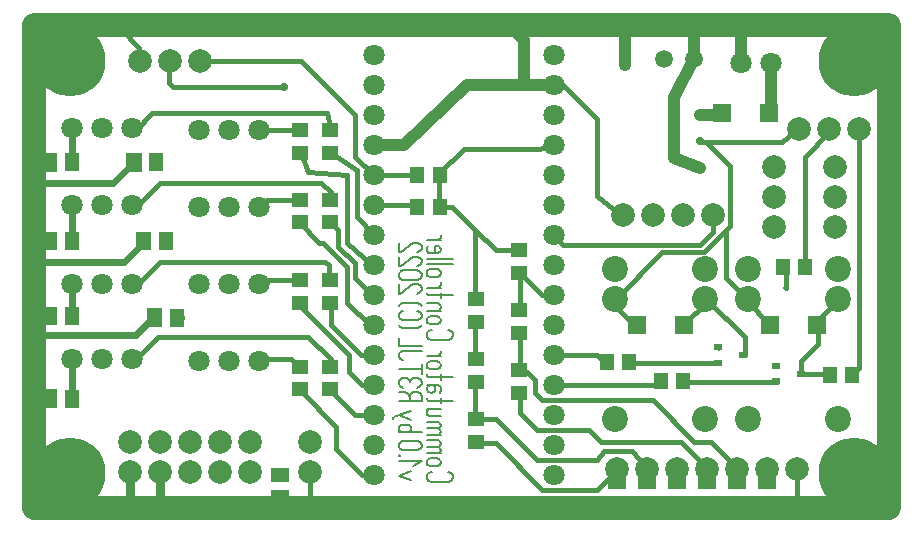
<source format=gbr>
%FSLAX34Y34*%
%MOMM*%
%LNCOPPER_BOTTOM*%
G71*
G01*
%ADD10C, 1.800*%
%ADD11C, 2.000*%
%ADD12C, 6.000*%
%ADD13C, 1.000*%
%ADD14C, 0.700*%
%ADD15C, 1.800*%
%ADD16C, 2.000*%
%ADD17R, 1.600X1.600*%
%ADD18C, 1.500*%
%ADD19R, 0.800X0.600*%
%ADD20R, 1.400X1.300*%
%ADD21R, 1.600X1.300*%
%ADD22C, 0.400*%
%ADD23R, 1.300X1.600*%
%ADD24C, 0.600*%
%ADD25R, 1.300X1.400*%
%ADD26C, 0.800*%
%ADD27C, 0.154*%
%ADD28C, 0.136*%
%ADD29C, 2.200*%
%ADD30C, 0.500*%
%LPD*%
X449262Y-391988D02*
G54D10*
D03*
X449262Y-366588D02*
G54D10*
D03*
X449262Y-341188D02*
G54D10*
D03*
X449262Y-315788D02*
G54D10*
D03*
X449262Y-290388D02*
G54D10*
D03*
X449262Y-264988D02*
G54D10*
D03*
X449262Y-239588D02*
G54D10*
D03*
X449262Y-214188D02*
G54D10*
D03*
X449262Y-188788D02*
G54D10*
D03*
X449262Y-163388D02*
G54D10*
D03*
X449262Y-137988D02*
G54D10*
D03*
X449262Y-112588D02*
G54D10*
D03*
X449262Y-87188D02*
G54D10*
D03*
X449262Y-61788D02*
G54D10*
D03*
X449262Y-36388D02*
G54D10*
D03*
X296862Y-391988D02*
G54D10*
D03*
X296862Y-391988D02*
G54D10*
D03*
X296862Y-366588D02*
G54D10*
D03*
X296862Y-341188D02*
G54D10*
D03*
X296862Y-315788D02*
G54D10*
D03*
X296862Y-290388D02*
G54D10*
D03*
X296862Y-264988D02*
G54D10*
D03*
X296862Y-239588D02*
G54D10*
D03*
X296862Y-214188D02*
G54D10*
D03*
X296862Y-188788D02*
G54D10*
D03*
X296862Y-163388D02*
G54D10*
D03*
X296862Y-137988D02*
G54D10*
D03*
X296862Y-112588D02*
G54D10*
D03*
X296862Y-87188D02*
G54D10*
D03*
X296862Y-61788D02*
G54D10*
D03*
X296862Y-36388D02*
G54D10*
D03*
G54D11*
X9128Y-10591D02*
X733028Y-10591D01*
X733028Y-420166D01*
X9128Y-420166D01*
X9128Y-10591D01*
X703262Y-41150D02*
G54D12*
D03*
X703262Y-390400D02*
G54D12*
D03*
X39688Y-390400D02*
G54D12*
D03*
X39688Y-41150D02*
G54D12*
D03*
G54D13*
X449262Y-61788D02*
X423862Y-61788D01*
X423862Y-23688D01*
X411162Y-10988D01*
G54D13*
X296862Y-112588D02*
X322262Y-112588D01*
X376238Y-61788D01*
X423862Y-61788D01*
X573107Y-131649D02*
G54D14*
D03*
X608059Y-42869D02*
G54D15*
D03*
X633459Y-42869D02*
G54D15*
D03*
G54D13*
X608060Y-42870D02*
X608060Y-17385D01*
X601663Y-10988D01*
X573107Y-87162D02*
G54D14*
D03*
X149573Y-41280D02*
G54D16*
D03*
X124173Y-41280D02*
G54D16*
D03*
X98773Y-41280D02*
G54D16*
D03*
X591899Y-85203D02*
G54D17*
D03*
X631599Y-85203D02*
G54D17*
D03*
G54D13*
X633460Y-42869D02*
X633412Y-60325D01*
X633412Y-85328D01*
G54D13*
X592296Y-84806D02*
X585833Y-87188D01*
X573107Y-87162D01*
X510214Y-45364D02*
G54D14*
D03*
X542925Y-39688D02*
G54D18*
D03*
X568325Y-39688D02*
G54D18*
D03*
G54D13*
X568325Y-39688D02*
X568325Y-12700D01*
X588334Y-283612D02*
G54D19*
D03*
X588333Y-296612D02*
G54D19*
D03*
X609333Y-290111D02*
G54D19*
D03*
X259568Y-119091D02*
G54D20*
D03*
X259568Y-100091D02*
G54D20*
D03*
X687843Y-181630D02*
G54D16*
D03*
X687842Y-156230D02*
G54D16*
D03*
X687842Y-130830D02*
G54D16*
D03*
X243244Y-389279D02*
G54D16*
D03*
X243244Y-363879D02*
G54D16*
D03*
X217817Y-410615D02*
G54D21*
D03*
X217816Y-391615D02*
G54D21*
D03*
X584284Y-172064D02*
G54D16*
D03*
X558884Y-172064D02*
G54D16*
D03*
X533484Y-172064D02*
G54D16*
D03*
X508084Y-172064D02*
G54D16*
D03*
G54D13*
X509588Y-44450D02*
X509588Y-14288D01*
G54D13*
X573088Y-131762D02*
X550862Y-123825D01*
X550862Y-71438D01*
X568325Y-39688D01*
X92075Y-98426D02*
G54D15*
D03*
X66675Y-98426D02*
G54D15*
D03*
X41275Y-98426D02*
G54D15*
D03*
X192088Y-363538D02*
G54D16*
D03*
X192088Y-388938D02*
G54D16*
D03*
X166688Y-363538D02*
G54D16*
D03*
X166688Y-388938D02*
G54D16*
D03*
X141288Y-363538D02*
G54D16*
D03*
X141288Y-388938D02*
G54D16*
D03*
X115888Y-363538D02*
G54D16*
D03*
X115888Y-388937D02*
G54D16*
D03*
X90488Y-363538D02*
G54D16*
D03*
X90488Y-388937D02*
G54D16*
D03*
X200025Y-100013D02*
G54D15*
D03*
X174625Y-100013D02*
G54D15*
D03*
X149225Y-100013D02*
G54D15*
D03*
X92075Y-163513D02*
G54D15*
D03*
X66675Y-163513D02*
G54D15*
D03*
X41275Y-163513D02*
G54D15*
D03*
X200025Y-165101D02*
G54D15*
D03*
X174625Y-165101D02*
G54D15*
D03*
X149225Y-165101D02*
G54D15*
D03*
X92075Y-230188D02*
G54D15*
D03*
X66675Y-230188D02*
G54D15*
D03*
X41275Y-230188D02*
G54D15*
D03*
X200025Y-230188D02*
G54D15*
D03*
X174625Y-230188D02*
G54D15*
D03*
X149225Y-230188D02*
G54D15*
D03*
X92075Y-293688D02*
G54D15*
D03*
X66675Y-293688D02*
G54D15*
D03*
X41275Y-293688D02*
G54D15*
D03*
X200025Y-295276D02*
G54D15*
D03*
X174625Y-295276D02*
G54D15*
D03*
X149225Y-295276D02*
G54D15*
D03*
G54D22*
X242888Y-388938D02*
X242888Y-417512D01*
X246062Y-423862D01*
G54D22*
X260350Y-100012D02*
X257175Y-85725D01*
X109538Y-85725D01*
X95250Y-100012D01*
G54D22*
X260350Y-119062D02*
X282575Y-133350D01*
X282575Y-173038D01*
X296862Y-188912D01*
X234168Y-119091D02*
G54D20*
D03*
X234168Y-100091D02*
G54D20*
D03*
G54D22*
X298450Y-214312D02*
X295275Y-214312D01*
X274638Y-195262D01*
X274638Y-138112D01*
X241300Y-134938D01*
X234950Y-119062D01*
G54D22*
X234950Y-100012D02*
X200025Y-100012D01*
X259568Y-177829D02*
G54D20*
D03*
X259568Y-158829D02*
G54D20*
D03*
X234168Y-177829D02*
G54D20*
D03*
X234168Y-158829D02*
G54D20*
D03*
G54D22*
X296862Y-239712D02*
X295275Y-239712D01*
X280988Y-225425D01*
X280988Y-212725D01*
X266700Y-198438D01*
X266700Y-184150D01*
X260350Y-177800D01*
G54D22*
X296862Y-265112D02*
X293688Y-265112D01*
X274638Y-246062D01*
X274638Y-215900D01*
X254000Y-195262D01*
X250825Y-195262D01*
X233362Y-177800D01*
G54D22*
X234950Y-158750D02*
X206375Y-158750D01*
X200025Y-165100D01*
G54D22*
X260350Y-158750D02*
X260350Y-152400D01*
X252412Y-144462D01*
X115888Y-144462D01*
X95250Y-165100D01*
X259568Y-246091D02*
G54D20*
D03*
X259568Y-227091D02*
G54D20*
D03*
X234168Y-246091D02*
G54D20*
D03*
X234168Y-227091D02*
G54D20*
D03*
G54D22*
X296862Y-290512D02*
X285750Y-290512D01*
X260350Y-265112D01*
X260350Y-247650D01*
G54D22*
X296862Y-315912D02*
X287338Y-315912D01*
X276225Y-304800D01*
X276225Y-290512D01*
X233362Y-247650D01*
G54D22*
X234950Y-227012D02*
X204788Y-227012D01*
X200025Y-231775D01*
G54D22*
X258762Y-227012D02*
X258762Y-214312D01*
X255588Y-211138D01*
X115888Y-211138D01*
X95250Y-231775D01*
X259568Y-319116D02*
G54D20*
D03*
X259568Y-300116D02*
G54D20*
D03*
X234168Y-319116D02*
G54D20*
D03*
X234168Y-300116D02*
G54D20*
D03*
G54D22*
X296862Y-341312D02*
X280988Y-341312D01*
X260350Y-320675D01*
G54D22*
X200025Y-293688D02*
X227012Y-293688D01*
X233362Y-300038D01*
G54D22*
X260350Y-301625D02*
X260350Y-293688D01*
X241300Y-274638D01*
X114300Y-274638D01*
X95250Y-293688D01*
G54D22*
X296862Y-392112D02*
X287338Y-392112D01*
X265112Y-369888D01*
X265112Y-350838D01*
X234950Y-320675D01*
X215920Y-393549D02*
G54D14*
D03*
G36*
X87404Y-119048D02*
X100404Y-119048D01*
X100404Y-135048D01*
X87404Y-135048D01*
X87404Y-119048D01*
G37*
X112904Y-127048D02*
G54D23*
D03*
G36*
X15966Y-119048D02*
X28966Y-119048D01*
X28966Y-135048D01*
X15966Y-135048D01*
X15966Y-119048D01*
G37*
X41466Y-127048D02*
G54D23*
D03*
G54D24*
X14288Y-144462D02*
X76200Y-144462D01*
X93662Y-127000D01*
X112732Y-125262D02*
G54D14*
D03*
G54D24*
X41275Y-98425D02*
X41275Y-125412D01*
X42862Y-127000D01*
G36*
X95341Y-185723D02*
X108341Y-185723D01*
X108341Y-201723D01*
X95341Y-201723D01*
X95341Y-185723D01*
G37*
X120841Y-193723D02*
G54D23*
D03*
G36*
X15966Y-185723D02*
X28966Y-185723D01*
X28966Y-201723D01*
X15966Y-201723D01*
X15966Y-185723D01*
G37*
X41466Y-193723D02*
G54D23*
D03*
G54D24*
X41275Y-163512D02*
X41275Y-193675D01*
X42862Y-195262D01*
G54D24*
X15875Y-211138D02*
X85725Y-211138D01*
X101600Y-195262D01*
X122257Y-193524D02*
G54D14*
D03*
G36*
X15966Y-249223D02*
X28966Y-249223D01*
X28966Y-265223D01*
X15966Y-265223D01*
X15966Y-249223D01*
G37*
X41466Y-257223D02*
G54D23*
D03*
G36*
X104866Y-250810D02*
X117866Y-250810D01*
X117866Y-266810D01*
X104866Y-266810D01*
X104866Y-250810D01*
G37*
X130366Y-258810D02*
G54D23*
D03*
X133370Y-258612D02*
G54D14*
D03*
G54D24*
X41275Y-230188D02*
X41275Y-257175D01*
X42862Y-258762D01*
G54D24*
X15875Y-273050D02*
X95250Y-273050D01*
X109538Y-258762D01*
G36*
X15966Y-319073D02*
X28966Y-319073D01*
X28966Y-335073D01*
X15966Y-335073D01*
X15966Y-319073D01*
G37*
X41466Y-327073D02*
G54D23*
D03*
G54D24*
X41275Y-293688D02*
X41275Y-327025D01*
X39688Y-328612D01*
G54D22*
X98425Y-41275D02*
X98425Y-30162D01*
X82550Y-14288D01*
G54D22*
X149225Y-41275D02*
X234950Y-41275D01*
X280988Y-87312D01*
X280988Y-122238D01*
X296862Y-138112D01*
X220682Y-63349D02*
G54D14*
D03*
G54D22*
X123825Y-41275D02*
X123825Y-60325D01*
X127000Y-63500D01*
X220662Y-63500D01*
X333694Y-137546D02*
G54D25*
D03*
X352694Y-137546D02*
G54D25*
D03*
X333694Y-164534D02*
G54D25*
D03*
X352694Y-164534D02*
G54D25*
D03*
G54D22*
X298450Y-138112D02*
X333375Y-138112D01*
G54D22*
X298450Y-163512D02*
X333375Y-163512D01*
G54D22*
X352425Y-166688D02*
X352425Y-139700D01*
X352425Y-136525D01*
X373062Y-115888D01*
X436562Y-115888D01*
X449262Y-112712D01*
G54D22*
X449262Y-61912D02*
X457200Y-61912D01*
X485775Y-90488D01*
X485775Y-155575D01*
X508000Y-173038D01*
G54D22*
X584200Y-173038D02*
X584200Y-185738D01*
X573088Y-196850D01*
X457200Y-196850D01*
X449262Y-188912D01*
G54D26*
X90488Y-388938D02*
X90488Y-417512D01*
X87312Y-420688D01*
G54D26*
X115888Y-388938D02*
X115888Y-417512D01*
X119062Y-420688D01*
G54D27*
X345906Y-388876D02*
X343128Y-389987D01*
X341739Y-392209D01*
X341739Y-394431D01*
X343128Y-396653D01*
X345906Y-397764D01*
X359795Y-397764D01*
X362572Y-396653D01*
X363961Y-394431D01*
X363961Y-392209D01*
X362572Y-389987D01*
X359795Y-388876D01*
G54D27*
X345072Y-377765D02*
X350628Y-377765D01*
X353406Y-378876D01*
X354239Y-381098D01*
X353406Y-383320D01*
X350628Y-384432D01*
X345072Y-384432D01*
X342295Y-383320D01*
X341739Y-381098D01*
X342295Y-378876D01*
X345072Y-377765D01*
G54D27*
X341739Y-373320D02*
X354239Y-373320D01*
G54D27*
X352017Y-373320D02*
X354239Y-371098D01*
X353406Y-368876D01*
X351461Y-367765D01*
X341739Y-367765D01*
G54D27*
X352017Y-367765D02*
X354239Y-365543D01*
X353406Y-363320D01*
X351461Y-362209D01*
X341739Y-362209D01*
G54D27*
X341739Y-357766D02*
X354239Y-357766D01*
G54D27*
X352017Y-357766D02*
X354239Y-355543D01*
X353406Y-353321D01*
X351461Y-352210D01*
X341739Y-352210D01*
G54D27*
X352017Y-352210D02*
X354239Y-349988D01*
X353406Y-347766D01*
X351461Y-346654D01*
X341739Y-346654D01*
G54D27*
X354239Y-335544D02*
X341739Y-335544D01*
G54D27*
X344517Y-335544D02*
X342295Y-336655D01*
X341739Y-338877D01*
X342295Y-341099D01*
X344517Y-342210D01*
X354239Y-342210D01*
G54D27*
X363961Y-328877D02*
X343128Y-328877D01*
X341739Y-327766D01*
X342295Y-326655D01*
G54D27*
X354239Y-331100D02*
X354239Y-326655D01*
G54D27*
X352850Y-322212D02*
X354239Y-319989D01*
X354239Y-317323D01*
X351461Y-315545D01*
X341739Y-315545D01*
G54D27*
X345906Y-315545D02*
X348683Y-316656D01*
X349239Y-318878D01*
X348683Y-321100D01*
X345906Y-322212D01*
X343128Y-321767D01*
X341739Y-319989D01*
X341739Y-318878D01*
X341739Y-318434D01*
X343128Y-316656D01*
X345906Y-315545D01*
G54D27*
X363961Y-308878D02*
X343128Y-308878D01*
X341739Y-307767D01*
X342295Y-306656D01*
G54D27*
X354239Y-311100D02*
X354239Y-306656D01*
G54D27*
X345072Y-295546D02*
X350628Y-295546D01*
X353406Y-296657D01*
X354239Y-298879D01*
X353406Y-301101D01*
X350628Y-302212D01*
X345072Y-302212D01*
X342295Y-301101D01*
X341739Y-298879D01*
X342295Y-296657D01*
X345072Y-295546D01*
G54D27*
X341739Y-291102D02*
X354239Y-291102D01*
G54D27*
X351461Y-291102D02*
X354239Y-288879D01*
X354239Y-286657D01*
G54D27*
X345906Y-268659D02*
X343128Y-269770D01*
X341739Y-271992D01*
X341739Y-274214D01*
X343128Y-276436D01*
X345906Y-277548D01*
X359795Y-277548D01*
X362572Y-276436D01*
X363961Y-274214D01*
X363961Y-271992D01*
X362572Y-269770D01*
X359795Y-268659D01*
G54D27*
X345072Y-257548D02*
X350628Y-257548D01*
X353406Y-258659D01*
X354239Y-260881D01*
X353406Y-263103D01*
X350628Y-264214D01*
X345072Y-264214D01*
X342295Y-263103D01*
X341739Y-260881D01*
X342295Y-258659D01*
X345072Y-257548D01*
G54D27*
X341739Y-253104D02*
X354239Y-253104D01*
G54D27*
X351461Y-253104D02*
X353406Y-251992D01*
X354239Y-249770D01*
X353406Y-247548D01*
X351461Y-246437D01*
X341739Y-246437D01*
G54D27*
X363961Y-239770D02*
X343128Y-239770D01*
X341739Y-238659D01*
X342295Y-237548D01*
G54D27*
X354239Y-241992D02*
X354239Y-237548D01*
G54D27*
X341739Y-233104D02*
X354239Y-233104D01*
G54D27*
X351461Y-233104D02*
X354239Y-230882D01*
X354239Y-228660D01*
G54D27*
X345072Y-217550D02*
X350628Y-217550D01*
X353406Y-218661D01*
X354239Y-220883D01*
X353406Y-223105D01*
X350628Y-224216D01*
X345072Y-224216D01*
X342295Y-223105D01*
X341739Y-220883D01*
X342295Y-218661D01*
X345072Y-217550D01*
G54D27*
X341739Y-213106D02*
X363961Y-213106D01*
G54D27*
X341739Y-208662D02*
X363961Y-208662D01*
G54D27*
X343128Y-197551D02*
X341739Y-199329D01*
X341739Y-201551D01*
X343128Y-203773D01*
X345906Y-204218D01*
X350628Y-204218D01*
X353406Y-203106D01*
X354239Y-200884D01*
X353406Y-198662D01*
X351461Y-197551D01*
X348683Y-197551D01*
X348683Y-204218D01*
G54D27*
X341739Y-193106D02*
X354239Y-193106D01*
G54D27*
X351461Y-193106D02*
X354239Y-190884D01*
X354239Y-188662D01*
G54D28*
X328926Y-396177D02*
X317926Y-392266D01*
X328926Y-388355D01*
G54D28*
X330149Y-384444D02*
X337482Y-379555D01*
X317926Y-379555D01*
G54D28*
X317926Y-374862D02*
X317926Y-375644D01*
X318904Y-375644D01*
X318904Y-374862D01*
X317926Y-374862D01*
X317926Y-375644D01*
G54D28*
X333815Y-363129D02*
X321593Y-363129D01*
X319149Y-364107D01*
X317926Y-366062D01*
X317926Y-368018D01*
X319149Y-369973D01*
X321593Y-370951D01*
X333815Y-370951D01*
X336260Y-369973D01*
X337482Y-368018D01*
X337482Y-366062D01*
X336260Y-364107D01*
X333815Y-363129D01*
G54D28*
X317926Y-355111D02*
X337482Y-355111D01*
G54D28*
X325749Y-355111D02*
X328193Y-354133D01*
X328926Y-352178D01*
X328193Y-350222D01*
X325749Y-349244D01*
X320860Y-349244D01*
X318415Y-350222D01*
X317926Y-352178D01*
X318415Y-354133D01*
X320860Y-355111D01*
G54D28*
X328926Y-345333D02*
X317926Y-341422D01*
X328926Y-337511D01*
G54D28*
X317926Y-341422D02*
X314260Y-342400D01*
X313038Y-343377D01*
X313038Y-344355D01*
G54D28*
X327704Y-325582D02*
X325260Y-322649D01*
X322815Y-321671D01*
X317926Y-321671D01*
G54D28*
X317926Y-329493D02*
X337482Y-329493D01*
X337482Y-324604D01*
X336260Y-322649D01*
X333815Y-321671D01*
X331371Y-321671D01*
X328926Y-322649D01*
X327704Y-324604D01*
X327704Y-329493D01*
G54D28*
X333815Y-317760D02*
X336260Y-316782D01*
X337482Y-314827D01*
X337482Y-312871D01*
X336260Y-310916D01*
X333815Y-309938D01*
X331371Y-309938D01*
X328926Y-310916D01*
X327704Y-312871D01*
X326482Y-310916D01*
X324038Y-309938D01*
X321593Y-309938D01*
X319149Y-310916D01*
X317926Y-312871D01*
X317926Y-314827D01*
X319149Y-316782D01*
X321593Y-317760D01*
G54D28*
X317926Y-302116D02*
X337482Y-302116D01*
G54D28*
X337482Y-306027D02*
X337482Y-298205D01*
G54D28*
X337482Y-286472D02*
X321593Y-286472D01*
X319149Y-287450D01*
X317926Y-289405D01*
X317926Y-291361D01*
X319149Y-293316D01*
X321593Y-294294D01*
G54D28*
X337482Y-282561D02*
X317926Y-282561D01*
X317926Y-275717D01*
G54D28*
X337482Y-264766D02*
X336260Y-266721D01*
X333815Y-267699D01*
X321593Y-267699D01*
X319149Y-266721D01*
X317926Y-264766D01*
G54D28*
X321593Y-253033D02*
X319149Y-254011D01*
X317926Y-255966D01*
X317926Y-257922D01*
X319149Y-259877D01*
X321593Y-260855D01*
X333815Y-260855D01*
X336260Y-259877D01*
X337482Y-257922D01*
X337482Y-255966D01*
X336260Y-254011D01*
X333815Y-253033D01*
G54D28*
X337482Y-249122D02*
X336260Y-247166D01*
X333815Y-246189D01*
X321593Y-246189D01*
X319149Y-247166D01*
X317926Y-249122D01*
G54D28*
X317926Y-230349D02*
X317926Y-238171D01*
X319149Y-238171D01*
X321593Y-237193D01*
X328926Y-231327D01*
X331371Y-230349D01*
X333815Y-230349D01*
X336260Y-231327D01*
X337482Y-233282D01*
X337482Y-235238D01*
X336260Y-237193D01*
X333815Y-238171D01*
G54D28*
X333815Y-218616D02*
X321593Y-218616D01*
X319149Y-219594D01*
X317926Y-221549D01*
X317926Y-223505D01*
X319149Y-225460D01*
X321593Y-226438D01*
X333815Y-226438D01*
X336260Y-225460D01*
X337482Y-223505D01*
X337482Y-221549D01*
X336260Y-219594D01*
X333815Y-218616D01*
G54D28*
X317926Y-206883D02*
X317926Y-214705D01*
X319149Y-214705D01*
X321593Y-213727D01*
X328926Y-207861D01*
X331371Y-206883D01*
X333815Y-206883D01*
X336260Y-207861D01*
X337482Y-209816D01*
X337482Y-211772D01*
X336260Y-213727D01*
X333815Y-214705D01*
G54D28*
X317926Y-195150D02*
X317926Y-202972D01*
X319149Y-202972D01*
X321593Y-201994D01*
X328926Y-196128D01*
X331371Y-195150D01*
X333815Y-195150D01*
X336260Y-196128D01*
X337482Y-198083D01*
X337482Y-200039D01*
X336260Y-201994D01*
X333815Y-202972D01*
X577299Y-217717D02*
G54D29*
D03*
X577299Y-243118D02*
G54D29*
D03*
X577299Y-344718D02*
G54D29*
D03*
X501099Y-217717D02*
G54D29*
D03*
X501099Y-243118D02*
G54D29*
D03*
X501099Y-344717D02*
G54D29*
D03*
X579522Y-386376D02*
G54D16*
D03*
X554122Y-386376D02*
G54D16*
D03*
X528722Y-386376D02*
G54D16*
D03*
X503322Y-386376D02*
G54D16*
D03*
X655722Y-386376D02*
G54D16*
D03*
X630322Y-386376D02*
G54D16*
D03*
X604922Y-386376D02*
G54D16*
D03*
X383393Y-261966D02*
G54D20*
D03*
X383393Y-242966D02*
G54D20*
D03*
X383393Y-312766D02*
G54D20*
D03*
X383393Y-293766D02*
G54D20*
D03*
X383393Y-363566D02*
G54D20*
D03*
X383393Y-344566D02*
G54D20*
D03*
X419906Y-220691D02*
G54D20*
D03*
X419906Y-201691D02*
G54D20*
D03*
X419906Y-271491D02*
G54D20*
D03*
X419906Y-252491D02*
G54D20*
D03*
X419906Y-322291D02*
G54D20*
D03*
X419906Y-303291D02*
G54D20*
D03*
G54D22*
X352425Y-165100D02*
X363538Y-165100D01*
X382588Y-184150D01*
X382588Y-242888D01*
X384175Y-244475D01*
G54D22*
X420688Y-201612D02*
X400050Y-201612D01*
X382588Y-184150D01*
G54D22*
X420688Y-220662D02*
X420688Y-252412D01*
G54D22*
X420688Y-271462D02*
X420688Y-301625D01*
X419100Y-303212D01*
G54D22*
X382588Y-261938D02*
X382588Y-295275D01*
X384175Y-296862D01*
G54D22*
X382588Y-312738D02*
X382588Y-344488D01*
X384175Y-346075D01*
G54D22*
X449262Y-239712D02*
X439738Y-239712D01*
X420688Y-220662D01*
X382607Y-261787D02*
G54D14*
D03*
G54D22*
X382588Y-365125D02*
X400050Y-365125D01*
X439738Y-404812D01*
X485775Y-404812D01*
X503238Y-387350D01*
G54D22*
X382588Y-344488D02*
X400050Y-344488D01*
X434975Y-379412D01*
X485775Y-379412D01*
X492125Y-371475D01*
X515938Y-371475D01*
X528638Y-385762D01*
G54D22*
X420688Y-323850D02*
X420688Y-339725D01*
X434975Y-354012D01*
X479425Y-354012D01*
X488950Y-363538D01*
X557212Y-363538D01*
X579438Y-385762D01*
G54D22*
X420688Y-304800D02*
X427038Y-304800D01*
X433388Y-311150D01*
X433388Y-322262D01*
X439738Y-328612D01*
X533400Y-328612D01*
X568325Y-363538D01*
X582612Y-363538D01*
X604838Y-385762D01*
G54D22*
X655638Y-385762D02*
X655638Y-417512D01*
X658812Y-420688D01*
X690011Y-217717D02*
G54D29*
D03*
X690011Y-243118D02*
G54D29*
D03*
X690011Y-344718D02*
G54D29*
D03*
X613811Y-217717D02*
G54D29*
D03*
X613811Y-243118D02*
G54D29*
D03*
X613811Y-344717D02*
G54D29*
D03*
X635455Y-130830D02*
G54D16*
D03*
X635455Y-156230D02*
G54D16*
D03*
X635455Y-181630D02*
G54D16*
D03*
X573107Y-109424D02*
G54D14*
D03*
X519668Y-264988D02*
G54D17*
D03*
X559368Y-264988D02*
G54D17*
D03*
G54D22*
X573088Y-109538D02*
X577850Y-109538D01*
X598488Y-130175D01*
X598488Y-180975D01*
X576262Y-203200D01*
X541338Y-203200D01*
X501650Y-242888D01*
G54D22*
X595312Y-184150D02*
X595312Y-225425D01*
X614362Y-244475D01*
G54D22*
X501650Y-242888D02*
X501650Y-249238D01*
X517525Y-265112D01*
X494032Y-296296D02*
G54D25*
D03*
X513032Y-296296D02*
G54D25*
D03*
X540069Y-312171D02*
G54D25*
D03*
X559069Y-312171D02*
G54D25*
D03*
G54D22*
X449262Y-290512D02*
X485775Y-290512D01*
X493712Y-298450D01*
G54D22*
X449262Y-315912D02*
X534988Y-315912D01*
X539750Y-311150D01*
X632380Y-264988D02*
G54D17*
D03*
X672080Y-264988D02*
G54D17*
D03*
X637546Y-299487D02*
G54D19*
D03*
X637546Y-312486D02*
G54D19*
D03*
X658546Y-305986D02*
G54D19*
D03*
G54D22*
X514350Y-296862D02*
X587375Y-296862D01*
X588962Y-296862D01*
G54D22*
X611188Y-290512D02*
X611188Y-274638D01*
X577850Y-242888D01*
G54D22*
X577850Y-242888D02*
X577850Y-246062D01*
X560388Y-263525D01*
G54D22*
X560388Y-312738D02*
X638175Y-312738D01*
G54D22*
X658812Y-306388D02*
X658812Y-295275D01*
X673100Y-280988D01*
X673100Y-260350D01*
X690562Y-242888D01*
G54D22*
X614362Y-242888D02*
X614362Y-246062D01*
X630238Y-261938D01*
X638195Y-299887D02*
G54D30*
D03*
X588982Y-284012D02*
G54D30*
D03*
X630280Y-398026D02*
G54D21*
D03*
X630280Y-417026D02*
G54D21*
D03*
X604880Y-398026D02*
G54D21*
D03*
X604880Y-417026D02*
G54D21*
D03*
X579480Y-398026D02*
G54D21*
D03*
X579480Y-417026D02*
G54D21*
D03*
X554080Y-398026D02*
G54D21*
D03*
X554080Y-417026D02*
G54D21*
D03*
X528680Y-398026D02*
G54D21*
D03*
X528680Y-417026D02*
G54D21*
D03*
X503280Y-398026D02*
G54D21*
D03*
X503280Y-417026D02*
G54D21*
D03*
X707848Y-98931D02*
G54D16*
D03*
X682448Y-98931D02*
G54D16*
D03*
X657048Y-98931D02*
G54D16*
D03*
G54D22*
X578644Y-109538D02*
X642938Y-109538D01*
X657225Y-98425D01*
X682944Y-307409D02*
G54D25*
D03*
X701944Y-307409D02*
G54D25*
D03*
G54D22*
X658812Y-306388D02*
X681038Y-306388D01*
X682625Y-307975D01*
G54D22*
X708025Y-95250D02*
X708025Y-301625D01*
X701675Y-307975D01*
X646132Y-233212D02*
G54D30*
D03*
X643257Y-215334D02*
G54D25*
D03*
X662257Y-215334D02*
G54D25*
D03*
G54D22*
X646112Y-233362D02*
X646112Y-219075D01*
X641350Y-214312D01*
G54D22*
X682625Y-96838D02*
X682625Y-101600D01*
X661988Y-122238D01*
X661988Y-215900D01*
M02*

</source>
